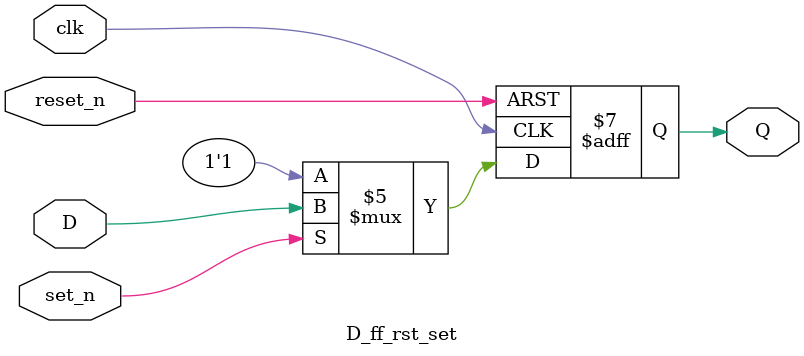
<source format=sv>
module D_ff_pos(
  input D, clk,
  output logic Q
);
  
  always_ff @(posedge clk) 
    Q <= D;
    
endmodule: D_ff_pos

//negative edge-triggered D flip-flop
module D_ff_neg(
  input D, clk,
  output logic Q
);
  
  always_ff @(negedge clk) 
    Q <= D;
    
endmodule: D_ff_neg

//positive edge-triggered D flip-flop
//with asynchronous reset:  reset_n
//and synchronous reset: 	clear_n
module D_ff_rst(
  input 		D, 
  				clk,
            	reset_n, 	//asynchronous reset
            	clear_n, 	//synchronous reset
  output logic 	Q
);
  
  always_ff @(posedge clk, negedge reset_n)	//use negedge with reset_n
    										//and posedge with reset
    if(!reset_n)
      Q <= 0;
    else begin
      if(!clear_n)
        Q <= 1'b0;
      else 
        Q <= D;
    end
  
endmodule: D_ff_rst

//positive edge-triggered D flip-flop
//with asynchronous reset:  reset_n
//and synchronous set: 		set_n
module D_ff_rst_set(
  input 		D, 
  				clk,
            	reset_n, 	//asynchronous reset
            	set_n, 		//synchronous set
  output logic 	Q
);
  
  always_ff @(posedge clk, negedge reset_n)	//use negedge with reset_n
    										//and posedge with reset
    if(!reset_n)
      Q <= 0;
    else begin
      if(!set_n)
        Q <= 1'b1;
      else 
        Q <= D;
    end
  

endmodule: D_ff_rst_set

</source>
